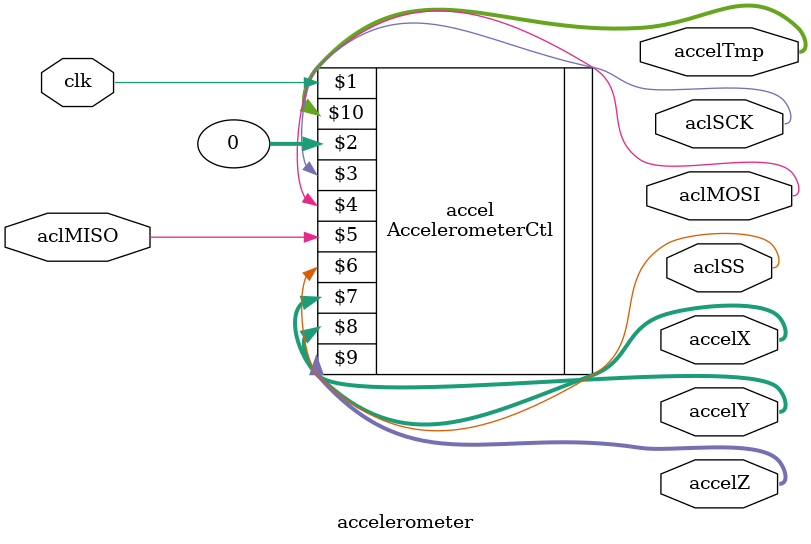
<source format=sv>
`timescale 1ns / 1ps


module accelerometer(
    input wire clk,     //use 100MHz clock
    
    //Accelerometer signals
    output wire aclSCK,
    output wire aclMOSI,
    input wire aclMISO,
    output wire aclSS,
    
    //Accelerometer data
    output wire [8:0] accelX, accelY, accelZ,
    output wire [11:0] accelTmp
    );
    
    AccelerometerCtl accel(clk, 0, aclSCK, aclMOSI, aclMISO, aclSS, accelX, accelY, accelZ, accelTmp);
    
endmodule

</source>
